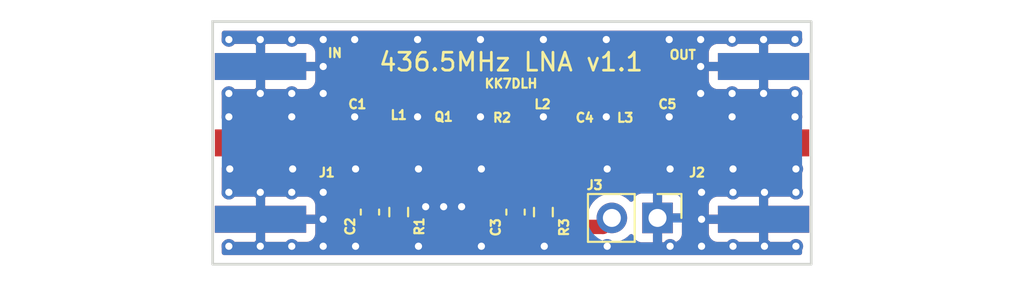
<source format=kicad_pcb>
(kicad_pcb (version 20211014) (generator pcbnew)
  (layers (0 "F.Cu" signal) (31 "B.Cu" signal) (34 "B.Paste" user) (35 "F.Paste" user) (36 "B.SilkS" user "B.Silkscreen") (37 "F.SilkS" user "F.Silkscreen") (38 "B.Mask" user) (39 "F.Mask" user) (44 "Edge.Cuts" user))
  (net 0 "")
  (net 1 "Net-(C1-Pad1)")
  (net 2 "Net-(C1-Pad2)")
  (net 3 "GND")
  (net 4 "Net-(C2-Pad2)")
  (net 5 "Net-(C3-Pad2)")
  (net 6 "Net-(C4-Pad1)")
  (net 7 "Net-(C4-Pad2)")
  (net 8 "Net-(C5-Pad2)")
  (net 9 "Net-(J3-Pad2)")
  (net 10 "Net-(Q1-Pad1)")
  (footprint "Capacitor_SMD:C_0603_1608Metric" (layer "F.Cu") (at 93.1 76.85 90)
    (fp_text reference "C2" (at -0.8 -1.1 90) (layer "F.SilkS") (effects (font (size 0.5 0.5) (thickness 0.125))))
    (fp_text value "10n")
    (fp_line (start -0.14058 0.51) (end 0.14058 0.51) (layer "F.SilkS") (width 0.12))
    (fp_line (start -0.14058 -0.51) (end 0.14058 -0.51) (layer "F.SilkS") (width 0.12))
    (pad "1" smd roundrect (at -0.775 0 90) (size 0.9 0.95) (layers "F.Cu" "F.Paste" "F.Mask") (net 3 "GND"))
    (pad "2" smd roundrect (at 0.775 0 90) (size 0.9 0.95) (layers "F.Cu" "F.Paste" "F.Mask") (net 4 "Net-(C2-Pad2)"))
  )
  (footprint "Resistor_SMD:R_0603_1608Metric" (layer "F.Cu") (at 100.45 73)
    (fp_text reference "R2" (at 0 -1.4) (layer "F.SilkS") (effects (font (size 0.5 0.5) (thickness 0.125))))
    (fp_text value "5.1")
    (pad "1" smd roundrect (at -0.825 0) (size 0.8 0.95) (layers "F.Cu" "F.Paste" "F.Mask") (net 10 "Net-(Q1-Pad1)"))
    (pad "2" smd roundrect (at 0.825 0) (size 0.8 0.95) (layers "F.Cu" "F.Paste" "F.Mask") (net 6 "Net-(C4-Pad1)"))
  )
  (footprint "Capacitor_SMD:C_0603_1608Metric" (layer "F.Cu") (at 92.4 73)
    (fp_text reference "C1" (at 0 -2.15) (layer "F.SilkS") (effects (font (size 0.5 0.5) (thickness 0.125))))
    (fp_text value "10n")
    (pad "1" smd roundrect (at -0.775 0) (size 0.9 0.95) (layers "F.Cu" "F.Paste" "F.Mask") (net 1 "Net-(C1-Pad1)"))
    (pad "2" smd roundrect (at 0.775 0) (size 0.9 0.95) (layers "F.Cu" "F.Paste" "F.Mask") (net 2 "Net-(C1-Pad2)"))
  )
  (footprint "Connector_Coaxial:SMA_Amphenol_132289_EdgeMount" (layer "F.Cu") (at 115 73)
    (fp_text reference "J2" (at -3.7 1.65) (layer "F.SilkS") (effects (font (size 0.5 0.5) (thickness 0.125))))
    (fp_text value "Coaxial SMA")
    (pad "1" smd rect locked (at 0 0 90) (size 1.5 5.08) (layers "F.Cu" "F.Paste" "F.Mask") (net 8 "Net-(C5-Pad2)"))
    (pad "2" smd rect locked (at 0 4.25 90) (size 1.5 5.08) (layers "B.Cu" "B.Paste" "B.Mask") (net 3 "GND"))
    (pad "2" smd rect locked (at 0 -4.25 90) (size 1.5 5.08) (layers "F.Cu" "F.Paste" "F.Mask") (net 3 "GND"))
    (pad "2" smd rect locked (at 0 4.25 90) (size 1.5 5.08) (layers "F.Cu" "F.Paste" "F.Mask") (net 3 "GND"))
    (pad "2" smd rect locked (at 0 -4.25 90) (size 1.5 5.08) (layers "B.Cu" "B.Paste" "B.Mask") (net 3 "GND"))
  )
  (footprint "Connector_Coaxial:SMA_Amphenol_132289_EdgeMount" (layer "F.Cu") (at 87.0125 73 180)
    (fp_text reference "J1" (at -3.6875 -1.65 180) (layer "F.SilkS") (effects (font (size 0.5 0.5) (thickness 0.125))))
    (fp_text value "Coaxial SMA")
    (pad "1" smd rect locked (at 0 0 270) (size 1.5 5.08) (layers "F.Cu" "F.Paste" "F.Mask") (net 1 "Net-(C1-Pad1)"))
    (pad "2" smd rect locked (at 0 4.25 270) (size 1.5 5.08) (layers "B.Cu" "B.Paste" "B.Mask") (net 3 "GND"))
    (pad "2" smd rect locked (at 0 -4.25 270) (size 1.5 5.08) (layers "F.Cu" "F.Paste" "F.Mask") (net 3 "GND"))
    (pad "2" smd rect locked (at 0 -4.25 270) (size 1.5 5.08) (layers "B.Cu" "B.Paste" "B.Mask") (net 3 "GND"))
    (pad "2" smd rect locked (at 0 4.25 270) (size 1.5 5.08) (layers "F.Cu" "F.Paste" "F.Mask") (net 3 "GND"))
  )
  (footprint "Resistor_SMD:R_0603_1608Metric" (layer "F.Cu") (at 102.75 76.85 -90)
    (fp_text reference "R3" (at 0.85 -1.15 -90) (layer "F.SilkS") (effects (font (size 0.5 0.5) (thickness 0.125))))
    (fp_text value "100")
    (fp_line (start -0.237258 -0.5225) (end 0.237258 -0.5225) (layer "F.SilkS") (width 0.12))
    (fp_line (start -0.237258 0.5225) (end 0.237258 0.5225) (layer "F.SilkS") (width 0.12))
    (pad "1" smd roundrect (at -0.825 0 270) (size 0.8 0.95) (layers "F.Cu" "F.Paste" "F.Mask") (net 5 "Net-(C3-Pad2)"))
    (pad "2" smd roundrect (at 0.825 0 270) (size 0.8 0.95) (layers "F.Cu" "F.Paste" "F.Mask") (net 9 "Net-(J3-Pad2)"))
  )
  (footprint "Capacitor_SMD:C_0603_1608Metric" (layer "F.Cu") (at 109.65 73)
    (fp_text reference "C5" (at 0 -2.15) (layer "F.SilkS") (effects (font (size 0.5 0.5) (thickness 0.125))))
    (fp_text value "10n")
    (pad "1" smd roundrect (at -0.775 0) (size 0.9 0.95) (layers "F.Cu" "F.Paste" "F.Mask") (net 7 "Net-(C4-Pad2)"))
    (pad "2" smd roundrect (at 0.775 0) (size 0.9 0.95) (layers "F.Cu" "F.Paste" "F.Mask") (net 8 "Net-(C5-Pad2)"))
  )
  (footprint "Resistor_SMD:R_0603_1608Metric" (layer "F.Cu") (at 94.7 76.85 -90)
    (fp_text reference "R1" (at 0.8 -1.15 90) (layer "F.SilkS") (effects (font (size 0.5 0.5) (thickness 0.125))))
    (fp_text value "100")
    (fp_line (start -0.237258 -0.5225) (end 0.237258 -0.5225) (layer "F.SilkS") (width 0.12))
    (fp_line (start -0.237258 0.5225) (end 0.237258 0.5225) (layer "F.SilkS") (width 0.12))
    (pad "1" smd roundrect (at -0.825 0 270) (size 0.8 0.95) (layers "F.Cu" "F.Paste" "F.Mask") (net 4 "Net-(C2-Pad2)"))
    (pad "2" smd roundrect (at 0.825 0 270) (size 0.8 0.95) (layers "F.Cu" "F.Paste" "F.Mask") (net 3 "GND"))
  )
  (footprint "Inductor_SMD:L_0603_1608Metric" (layer "F.Cu") (at 94.7 73.8 -90)
    (fp_text reference "L1" (at -2.35 0) (layer "F.SilkS") (effects (font (size 0.5 0.5) (thickness 0.125))))
    (fp_text value "36n")
    (pad "1" smd roundrect (at -0.7875 0 270) (size 0.875 0.95) (layers "F.Cu" "F.Paste" "F.Mask") (net 2 "Net-(C1-Pad2)"))
    (pad "2" smd roundrect (at 0.7875 0 270) (size 0.875 0.95) (layers "F.Cu" "F.Paste" "F.Mask") (net 4 "Net-(C2-Pad2)"))
  )
  (footprint "Connector_PinHeader_2.54mm:PinHeader_1x02_P2.54mm_Vertical" (layer "F.Cu") (at 109.1 77.175 -90)
    (fp_text reference "J3" (at -1.825 3.5) (layer "F.SilkS") (effects (font (size 0.5 0.5) (thickness 0.125))))
    (fp_text value "+9V")
    (fp_line (start 1.33 1.27) (end 1.33 3.87) (layer "F.SilkS") (width 0.12))
    (fp_line (start -1.33 3.87) (end 1.33 3.87) (layer "F.SilkS") (width 0.12))
    (fp_line (start -1.33 1.27) (end 1.33 1.27) (layer "F.SilkS") (width 0.12))
    (fp_line (start -1.33 -1.33) (end 0 -1.33) (layer "F.SilkS") (width 0.12))
    (fp_line (start -1.33 0) (end -1.33 -1.33) (layer "F.SilkS") (width 0.12))
    (fp_line (start -1.33 1.27) (end -1.33 3.87) (layer "F.SilkS") (width 0.12))
    (pad "1" thru_hole rect (at 0 0 270) (size 1.7 1.7) (drill 1) (layers *.Cu *.Mask) (net 3 "GND"))
    (pad "2" thru_hole oval (at 0 2.54 270) (size 1.7 1.7) (drill 1) (layers *.Cu *.Mask) (net 9 "Net-(J3-Pad2)"))
  )
  (footprint "Package_TO_SOT_SMD:SOT-23" (layer "F.Cu") (at 97.2 73.95 -90)
    (fp_text reference "Q1" (at -2.4 0) (layer "F.SilkS") (effects (font (size 0.5 0.5) (thickness 0.125))))
    (fp_text value "J310")
    (pad "1" smd roundrect (at -0.9375 -0.95 270) (size 1.475 0.6) (layers "F.Cu" "F.Paste" "F.Mask") (net 10 "Net-(Q1-Pad1)"))
    (pad "2" smd roundrect (at -0.9375 0.95 270) (size 1.475 0.6) (layers "F.Cu" "F.Paste" "F.Mask") (net 2 "Net-(C1-Pad2)"))
    (pad "3" smd roundrect (at 0.9375 0 270) (size 1.475 0.6) (layers "F.Cu" "F.Paste" "F.Mask") (net 3 "GND"))
  )
  (footprint "Capacitor_SMD:C_0603_1608Metric" (layer "F.Cu") (at 101.2 76.85 90)
    (fp_text reference "C3" (at -0.85 -1.1 270) (layer "F.SilkS") (effects (font (size 0.5 0.5) (thickness 0.125))))
    (fp_text value "10n")
    (fp_line (start -0.14058 0.51) (end 0.14058 0.51) (layer "F.SilkS") (width 0.12))
    (fp_line (start -0.14058 -0.51) (end 0.14058 -0.51) (layer "F.SilkS") (width 0.12))
    (pad "1" smd roundrect (at -0.775 0 90) (size 0.9 0.95) (layers "F.Cu" "F.Paste" "F.Mask") (net 3 "GND"))
    (pad "2" smd roundrect (at 0.775 0 90) (size 0.9 0.95) (layers "F.Cu" "F.Paste" "F.Mask") (net 5 "Net-(C3-Pad2)"))
  )
  (footprint "Capacitor_SMD:C_0603_1608Metric" (layer "F.Cu") (at 105.05 73)
    (fp_text reference "C4" (at 0 -1.4) (layer "F.SilkS") (effects (font (size 0.5 0.5) (thickness 0.125))))
    (fp_text value "1.2p")
    (pad "1" smd roundrect (at -0.775 0) (size 0.9 0.95) (layers "F.Cu" "F.Paste" "F.Mask") (net 6 "Net-(C4-Pad1)"))
    (pad "2" smd roundrect (at 0.775 0) (size 0.9 0.95) (layers "F.Cu" "F.Paste" "F.Mask") (net 7 "Net-(C4-Pad2)"))
  )
  (footprint "Inductor_SMD:L_0603_1608Metric" (layer "F.Cu") (at 107.35 73.8 -90)
    (fp_text reference "L3" (at -2.2 0.05 180) (layer "F.SilkS") (effects (font (size 0.5 0.5) (thickness 0.125))))
    (fp_text value "39n")
    (pad "1" smd roundrect (at -0.7875 0 270) (size 0.875 0.95) (layers "F.Cu" "F.Paste" "F.Mask") (net 7 "Net-(C4-Pad2)"))
    (pad "2" smd roundrect (at 0.7875 0 270) (size 0.875 0.95) (layers "F.Cu" "F.Paste" "F.Mask") (net 3 "GND"))
  )
  (footprint "Inductor_SMD:L_0603_1608Metric" (layer "F.Cu") (at 102.75 73.8 -90)
    (fp_text reference "L2" (at -2.95 0.05 180) (layer "F.SilkS") (effects (font (size 0.5 0.5) (thickness 0.125))))
    (fp_text value "39n")
    (pad "1" smd roundrect (at -0.7875 0 270) (size 0.875 0.95) (layers "F.Cu" "F.Paste" "F.Mask") (net 6 "Net-(C4-Pad1)"))
    (pad "2" smd roundrect (at 0.7875 0 270) (size 0.875 0.95) (layers "F.Cu" "F.Paste" "F.Mask") (net 5 "Net-(C3-Pad2)"))
  )
  (gr_rect (start 84.35 66.25) (end 117.65 79.75) (layer "Edge.Cuts") (width 0.15) (fill none))
  (gr_text "KK7DLH" (at 100.95 69.7) (layer "F.SilkS") (effects (font (size 0.5 0.5) (thickness 0.125))))
  (gr_text "OUT" (at 110.5 68.1) (layer "F.SilkS") (effects (font (size 0.5 0.5) (thickness 0.125))))
  (gr_text "IN" (at 91.15 68) (layer "F.SilkS") (effects (font (size 0.5 0.5) (thickness 0.125))))
  (gr_text "436.5MHz LNA v1.1\n" (at 100.95 68.5) (layer "F.SilkS") (effects (font (size 1 1))))
  (segment (start 87.0125 73) (end 91.625 73) (width 0.355) (layer "F.Cu") (net 1))
  (segment (start 93.175 73) (end 94.6875 73) (width 0.355) (layer "F.Cu") (net 2))
  (segment (start 94.7 73.0125) (end 96.225 73.0125) (width 0.355) (layer "F.Cu") (net 2))
  (segment (start 96.225 73.0125) (end 96.25 72.9875) (width 0.355) (layer "F.Cu") (net 2))
  (segment (start 94.6875 73) (end 94.7 73.0125) (width 0.355) (layer "F.Cu") (net 2))
  (via (at 85.25 67.25) (size 0.8) (drill 0.4) (layers "F.Cu" "B.Cu") (net 3))
  (via (at 99.25 67.25) (size 0.8) (drill 0.4) (layers "F.Cu" "B.Cu") (net 3))
  (via (at 113.25 70.25) (size 0.8) (drill 0.4) (layers "F.Cu" "B.Cu") (net 3))
  (via (at 106.3 74.45) (size 0.8) (drill 0.4) (layers "F.Cu" "B.Cu") (net 3))
  (via (at 111.5 68.75) (size 0.8) (drill 0.4) (layers "F.Cu" "B.Cu") (net 3))
  (via (at 111.55 75.75) (size 0.8) (drill 0.4) (layers "F.Cu" "B.Cu") (net 3))
  (via (at 99.3 78.75) (size 0.8) (drill 0.4) (layers "F.Cu" "B.Cu") (net 3))
  (via (at 115.05 78.75) (size 0.8) (drill 0.4) (layers "F.Cu" "B.Cu") (net 3))
  (via (at 116.8 78.75) (size 0.8) (drill 0.4) (layers "F.Cu" "B.Cu") (net 3))
  (via (at 113.25 71.55) (size 0.8) (drill 0.4) (layers "F.Cu" "B.Cu") (net 3))
  (via (at 88.75 78.75) (size 0.8) (drill 0.4) (layers "F.Cu" "B.Cu") (net 3))
  (via (at 92.3 74.45) (size 0.8) (drill 0.4) (layers "F.Cu" "B.Cu") (net 3))
  (via (at 116.75 70.25) (size 0.8) (drill 0.4) (layers "F.Cu" "B.Cu") (net 3))
  (via (at 85.25 70.25) (size 0.8) (drill 0.4) (layers "F.Cu" "B.Cu") (net 3))
  (via (at 95.8 78.75) (size 0.8) (drill 0.4) (layers "F.Cu" "B.Cu") (net 3))
  (via (at 90.5 78.75) (size 0.8) (drill 0.4) (layers "F.Cu" "B.Cu") (net 3))
  (via (at 113.3 78.75) (size 0.8) (drill 0.4) (layers "F.Cu" "B.Cu") (net 3))
  (via (at 88.75 71.55) (size 0.8) (drill 0.4) (layers "F.Cu" "B.Cu") (net 3))
  (via (at 106.25 71.55) (size 0.8) (drill 0.4) (layers "F.Cu" "B.Cu") (net 3))
  (via (at 88.8 74.45) (size 0.8) (drill 0.4) (layers "F.Cu" "B.Cu") (net 3))
  (via (at 102.75 67.25) (size 0.8) (drill 0.4) (layers "F.Cu" "B.Cu") (net 3))
  (via (at 90.5 67.25) (size 0.8) (drill 0.4) (layers "F.Cu" "B.Cu") (net 3))
  (via (at 115 70.25) (size 0.8) (drill 0.4) (layers "F.Cu" "B.Cu") (net 3))
  (via (at 92.25 71.55) (size 0.8) (drill 0.4) (layers "F.Cu" "B.Cu") (net 3))
  (via (at 92.25 67.25) (size 0.8) (drill 0.4) (layers "F.Cu" "B.Cu") (net 3))
  (via (at 87 70.25) (size 0.8) (drill 0.4) (layers "F.Cu" "B.Cu") (net 3))
  (via (at 102.75 71.55) (size 0.8) (drill 0.4) (layers "F.Cu" "B.Cu") (net 3))
  (via (at 90.5 70.25) (size 0.8) (drill 0.4) (layers "F.Cu" "B.Cu") (net 3))
  (via (at 87 75.75) (size 0.8) (drill 0.4) (layers "F.Cu" "B.Cu") (net 3))
  (via (at 115.05 75.75) (size 0.8) (drill 0.4) (layers "F.Cu" "B.Cu") (net 3))
  (via (at 111.5 70.25) (size 0.8) (drill 0.4) (layers "F.Cu" "B.Cu") (net 3))
  (via (at 98.2 76.55) (size 0.8) (drill 0.4) (layers "F.Cu" "B.Cu") (net 3))
  (via (at 99.3 74.45) (size 0.8) (drill 0.4) (layers "F.Cu" "B.Cu") (net 3))
  (via (at 85.25 78.75) (size 0.8) (drill 0.4) (layers "F.Cu" "B.Cu") (net 3))
  (via (at 95.8 74.45) (size 0.8) (drill 0.4) (layers "F.Cu" "B.Cu") (net 3))
  (via (at 85.25 71.55) (size 0.8) (drill 0.4) (layers "F.Cu" "B.Cu") (net 3))
  (via (at 99.25 71.55) (size 0.8) (drill 0.4) (layers "F.Cu" "B.Cu") (net 3))
  (via (at 95.75 71.55) (size 0.8) (drill 0.4) (layers "F.Cu" "B.Cu") (net 3))
  (via (at 102.8 78.75) (size 0.8) (drill 0.4) (layers "F.Cu" "B.Cu") (net 3))
  (via (at 90.5 68.75) (size 0.8) (drill 0.4) (layers "F.Cu" "B.Cu") (net 3))
  (via (at 115 67.25) (size 0.8) (drill 0.4) (layers "F.Cu" "B.Cu") (net 3))
  (via (at 113.3 74.45) (size 0.8) (drill 0.4) (layers "F.Cu" "B.Cu") (net 3))
  (via (at 111.55 78.75) (size 0.8) (drill 0.4) (layers "F.Cu" "B.Cu") (net 3))
  (via (at 90.5 75.75) (size 0.8) (drill 0.4) (layers "F.Cu" "B.Cu") (net 3))
  (via (at 109.8 74.45) (size 0.8) (drill 0.4) (layers "F.Cu" "B.Cu") (net 3))
  (via (at 90.5 77.25) (size 0.8) (drill 0.4) (layers "F.Cu" "B.Cu") (net 3))
  (via (at 87 78.75) (size 0.8) (drill 0.4) (layers "F.Cu" "B.Cu") (net 3))
  (via (at 106.25 67.25) (size 0.8) (drill 0.4) (layers "F.Cu" "B.Cu") (net 3))
  (via (at 88.75 75.75) (size 0.8) (drill 0.4) (layers "F.Cu" "B.Cu") (net 3))
  (via (at 85.25 75.75) (size 0.8) (drill 0.4) (layers "F.Cu" "B.Cu") (net 3))
  (via (at 116.75 67.25) (size 0.8) (drill 0.4) (layers "F.Cu" "B.Cu") (net 3))
  (via (at 87 67.25) (size 0.8) (drill 0.4) (layers "F.Cu" "B.Cu") (net 3))
  (via (at 116.8 75.75) (size 0.8) (drill 0.4) (layers "F.Cu" "B.Cu") (net 3))
  (via (at 113.25 67.25) (size 0.8) (drill 0.4) (layers "F.Cu" "B.Cu") (net 3))
  (via (at 95.75 67.25) (size 0.8) (drill 0.4) (layers "F.Cu" "B.Cu") (net 3))
  (via (at 92.3 78.75) (size 0.8) (drill 0.4) (layers "F.Cu" "B.Cu") (net 3))
  (via (at 111.55 77.25) (size 0.8) (drill 0.4) (layers "F.Cu" "B.Cu") (net 3))
  (via (at 85.3 74.45) (size 0.8) (drill 0.4) (layers "F.Cu" "B.Cu") (net 3))
  (via (at 111.5 67.25) (size 0.8) (drill 0.4) (layers "F.Cu" "B.Cu") (net 3))
  (via (at 106.3 78.75) (size 0.8) (drill 0.4) (layers "F.Cu" "B.Cu") (net 3))
  (via (at 109.8 78.75) (size 0.8) (drill 0.4) (layers "F.Cu" "B.Cu") (net 3))
  (via (at 116.8 74.45) (size 0.8) (drill 0.4) (layers "F.Cu" "B.Cu") (net 3))
  (via (at 96.2 76.55) (size 0.8) (drill 0.4) (layers "F.Cu" "B.Cu") (net 3))
  (via (at 109.75 67.25) (size 0.8) (drill 0.4) (layers "F.Cu" "B.Cu") (net 3))
  (via (at 88.75 70.25) (size 0.8) (drill 0.4) (layers "F.Cu" "B.Cu") (net 3))
  (via (at 109.75 71.55) (size 0.8) (drill 0.4) (layers "F.Cu" "B.Cu") (net 3))
  (via (at 113.3 75.75) (size 0.8) (drill 0.4) (layers "F.Cu" "B.Cu") (net 3))
  (via (at 116.75 71.55) (size 0.8) (drill 0.4) (layers "F.Cu" "B.Cu") (net 3))
  (via (at 88.75 67.25) (size 0.8) (drill 0.4) (layers "F.Cu" "B.Cu") (net 3))
  (via (at 97.2 76.55) (size 0.8) (drill 0.4) (layers "F.Cu" "B.Cu") (net 3))
  (segment (start 94.7 76.025) (end 93.15 76.025) (width 0.8) (layer "F.Cu") (net 4))
  (segment (start 93.15 76.025) (end 93.1 76.075) (width 0.8) (layer "F.Cu") (net 4))
  (segment (start 94.7 74.5875) (end 94.7 76.025) (width 0.8) (layer "F.Cu") (net 4))
  (segment (start 102.75 76.025) (end 101.25 76.025) (width 0.8) (layer "F.Cu") (net 5))
  (segment (start 101.25 76.025) (end 101.2 76.075) (width 0.8) (layer "F.Cu") (net 5))
  (segment (start 102.75 76.025) (end 102.75 74.5875) (width 0.8) (layer "F.Cu") (net 5))
  (segment (start 102.75 73.0125) (end 104.2625 73.0125) (width 0.355) (layer "F.Cu") (net 6))
  (segment (start 104.2625 73.0125) (end 104.275 73) (width 0.355) (layer "F.Cu") (net 6))
  (segment (start 102.7375 73) (end 102.75 73.0125) (width 0.355) (layer "F.Cu") (net 6))
  (segment (start 101.275 73) (end 102.7375 73) (width 0.355) (layer "F.Cu") (net 6))
  (segment (start 105.825 73) (end 107.3375 73) (width 0.355) (layer "F.Cu") (net 7))
  (segment (start 107.35 73.0125) (end 108.8625 73.0125) (width 0.355) (layer "F.Cu") (net 7))
  (segment (start 108.8625 73.0125) (end 108.875 73) (width 0.355) (layer "F.Cu") (net 7))
  (segment (start 107.3375 73) (end 107.35 73.0125) (width 0.355) (layer "F.Cu") (net 7))
  (segment (start 110.425 73) (end 115 73) (width 0.355) (layer "F.Cu") (net 8))
  (segment (start 102.75 77.675) (end 106.06 77.675) (width 0.8) (layer "F.Cu") (net 9))
  (segment (start 106.06 77.675) (end 106.56 77.175) (width 0.8) (layer "F.Cu") (net 9))
  (segment (start 99.6125 72.9875) (end 99.625 73) (width 0.355) (layer "F.Cu") (net 10))
  (segment (start 98.15 72.9875) (end 99.6125 72.9875) (width 0.355) (layer "F.Cu") (net 10))
  (zone (net 0) (net_name "") (layer "F.Cu") (connect_pads (clearance 0)) (min_thickness 0.254)
    (keepout (tracks allowed) (vias allowed) (pads allowed) (copperpour not_allowed) (footprints allowed))
    (fill (thermal_gap 0.508) (thermal_bridge_width 0.508))
    (polygon (pts (xy 118.95 74) (xy 82.85 74) (xy 82.85 72) (xy 118.95 72)))
  )
  (zone (net 3) (net_name "GND") (layers F&B.Cu) (connect_pads (clearance 0.508)) (min_thickness 0.254) (fill yes (thermal_gap 0.508) (thermal_bridge_width 0.508))
    (polygon (pts (xy 122.15 81) (xy 79.95 81) (xy 79.95 65.05) (xy 122.15 65.05)))
  )
)
</source>
